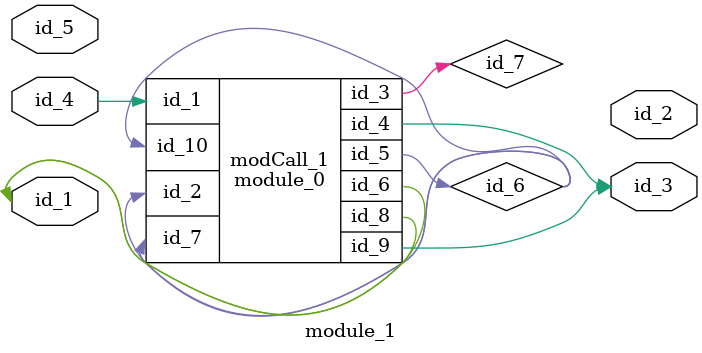
<source format=v>
module module_0 (
    id_1,
    id_2,
    id_3,
    id_4,
    id_5,
    id_6,
    id_7,
    id_8,
    id_9,
    id_10
);
  input wire id_10;
  output wire id_9;
  inout wire id_8;
  input wire id_7;
  output wire id_6;
  inout wire id_5;
  output wire id_4;
  inout wire id_3;
  input wire id_2;
  input wire id_1;
  wire id_11;
  wire id_12;
endmodule
module module_1 (
    id_1,
    id_2,
    id_3,
    id_4,
    id_5
);
  inout wire id_5;
  inout wire id_4;
  output wire id_3;
  output wire id_2;
  inout wire id_1;
  wire id_6, id_7;
  module_0 modCall_1 (
      id_4,
      id_6,
      id_7,
      id_3,
      id_6,
      id_1,
      id_6,
      id_1,
      id_3,
      id_6
  );
  wire id_8;
endmodule

</source>
